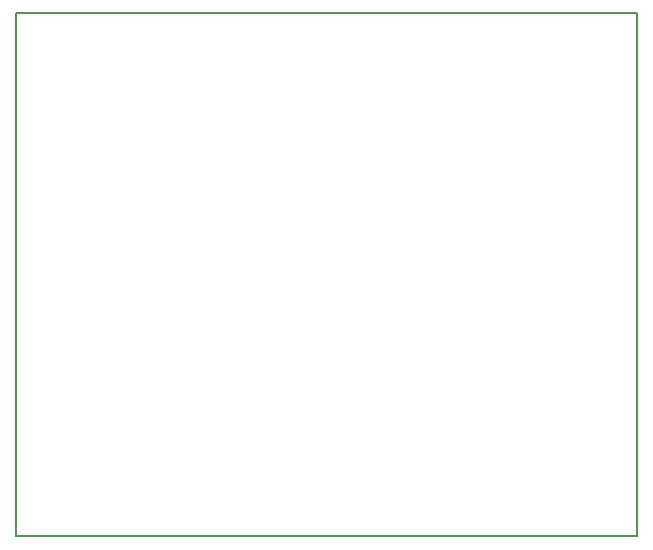
<source format=gbr>
%TF.GenerationSoftware,KiCad,Pcbnew,5.0.0+dfsg1-2*%
%TF.CreationDate,2019-12-09T14:25:11+01:00*%
%TF.ProjectId,pmod2,706D6F64322E6B696361645F70636200,rev?*%
%TF.SameCoordinates,Original*%
%TF.FileFunction,Profile,NP*%
%FSLAX46Y46*%
G04 Gerber Fmt 4.6, Leading zero omitted, Abs format (unit mm)*
G04 Created by KiCad (PCBNEW 5.0.0+dfsg1-2) date Mon Dec  9 14:25:11 2019*
%MOMM*%
%LPD*%
G01*
G04 APERTURE LIST*
%ADD10C,0.150000*%
G04 APERTURE END LIST*
D10*
X177250000Y-158000000D02*
X124750000Y-158000000D01*
X177250000Y-113750000D02*
X177250000Y-158000000D01*
X172000000Y-113750000D02*
X177250000Y-113750000D01*
X124750000Y-157250000D02*
X124750000Y-154750000D01*
X124750000Y-113750000D02*
X128000000Y-113750000D01*
X124750000Y-118000000D02*
X124750000Y-113750000D01*
X124750000Y-158000000D02*
X124750000Y-157250000D01*
X124750000Y-118000000D02*
X124750000Y-154750000D01*
X172000000Y-113750000D02*
X128000000Y-113750000D01*
M02*

</source>
